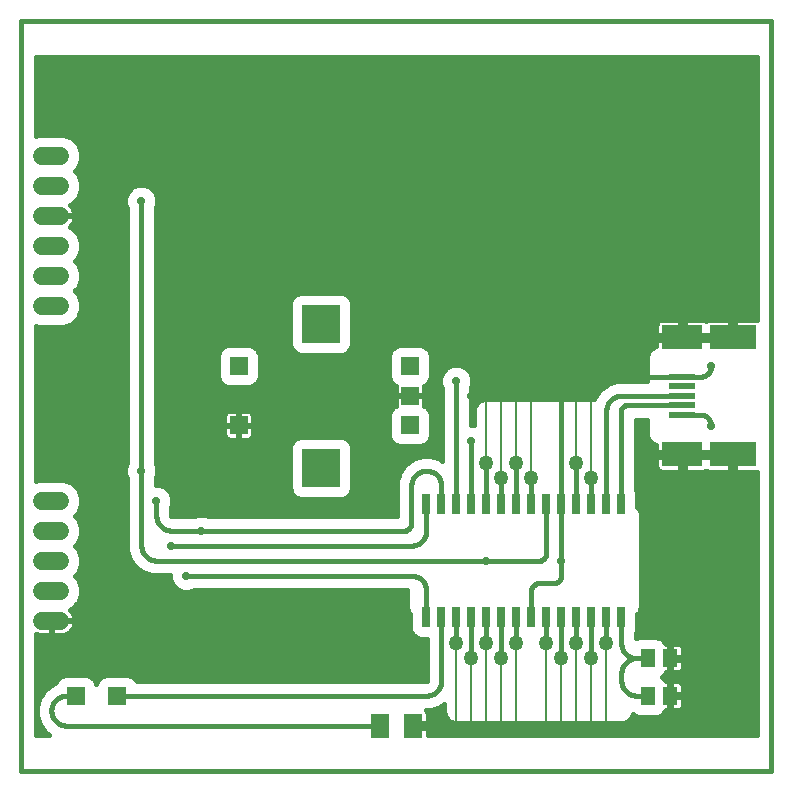
<source format=gtl>
G75*
%MOIN*%
%OFA0B0*%
%FSLAX24Y24*%
%IPPOS*%
%LPD*%
%AMOC8*
5,1,8,0,0,1.08239X$1,22.5*
%
%ADD10C,0.0160*%
%ADD11R,0.0591X0.0591*%
%ADD12R,0.0630X0.0787*%
%ADD13R,0.0512X0.0591*%
%ADD14R,0.0256X0.0669*%
%ADD15R,0.0594X0.0594*%
%ADD16R,0.1266X0.1266*%
%ADD17C,0.0500*%
%ADD18R,0.0886X0.0197*%
%ADD19R,0.1575X0.0807*%
%ADD20R,0.1378X0.0807*%
%ADD21C,0.0600*%
%ADD22C,0.0280*%
%ADD23C,0.0080*%
D10*
X002050Y000180D02*
X002050Y025180D01*
X027050Y025180D01*
X027050Y000180D01*
X002050Y000180D01*
X002530Y001380D02*
X002530Y004753D01*
X002566Y004735D01*
X002638Y004712D01*
X002712Y004700D01*
X003030Y004700D01*
X003030Y005160D01*
X003070Y005160D01*
X003070Y005200D01*
X003830Y005200D01*
X003830Y005218D01*
X003818Y005292D01*
X003795Y005364D01*
X003761Y005432D01*
X003716Y005493D01*
X003663Y005546D01*
X003658Y005550D01*
X003747Y005587D01*
X003943Y005783D01*
X004050Y006041D01*
X004050Y006319D01*
X003943Y006577D01*
X003840Y006680D01*
X003943Y006783D01*
X004050Y007041D01*
X004050Y007319D01*
X003943Y007577D01*
X003840Y007680D01*
X003943Y007783D01*
X004050Y008041D01*
X004050Y008319D01*
X003943Y008577D01*
X003840Y008680D01*
X003943Y008783D01*
X004050Y009041D01*
X004050Y009319D01*
X003943Y009577D01*
X003747Y009773D01*
X003489Y009880D01*
X002611Y009880D01*
X002530Y009847D01*
X002530Y015013D01*
X002611Y014980D01*
X003489Y014980D01*
X003747Y015087D01*
X003943Y015283D01*
X004050Y015541D01*
X004050Y015819D01*
X003943Y016077D01*
X003840Y016180D01*
X003943Y016283D01*
X004050Y016541D01*
X004050Y016819D01*
X003943Y017077D01*
X003840Y017180D01*
X003943Y017283D01*
X004050Y017541D01*
X004050Y017819D01*
X003943Y018077D01*
X003747Y018273D01*
X003658Y018310D01*
X003663Y018314D01*
X003716Y018367D01*
X003761Y018428D01*
X003795Y018496D01*
X003818Y018568D01*
X003830Y018642D01*
X003830Y018660D01*
X003070Y018660D01*
X003070Y018700D01*
X003830Y018700D01*
X003830Y018718D01*
X003818Y018792D01*
X003795Y018864D01*
X003761Y018932D01*
X003716Y018993D01*
X003663Y019046D01*
X003658Y019050D01*
X003747Y019087D01*
X003943Y019283D01*
X004050Y019541D01*
X004050Y019819D01*
X003943Y020077D01*
X003840Y020180D01*
X003943Y020283D01*
X004050Y020541D01*
X004050Y020819D01*
X003943Y021077D01*
X003747Y021273D01*
X003489Y021380D01*
X002611Y021380D01*
X002530Y021347D01*
X002530Y023980D01*
X026570Y023980D01*
X026570Y015212D01*
X025843Y015212D01*
X025843Y014709D01*
X025683Y014709D01*
X025683Y015212D01*
X024951Y015212D01*
X024906Y015200D01*
X024877Y015183D01*
X024848Y015200D01*
X024802Y015212D01*
X024169Y015212D01*
X024169Y014709D01*
X024009Y014709D01*
X024009Y014549D01*
X023220Y014549D01*
X023220Y014330D01*
X023073Y014269D01*
X022961Y014157D01*
X022900Y014010D01*
X022900Y013160D01*
X021895Y013160D01*
X021600Y013064D01*
X021600Y013064D01*
X021348Y012882D01*
X021348Y012882D01*
X021348Y012882D01*
X021166Y012630D01*
X021150Y012580D01*
X017470Y012580D01*
X017323Y012519D01*
X017211Y012407D01*
X017150Y012260D01*
X017150Y011720D01*
X017030Y011720D01*
X017030Y012928D01*
X017090Y013073D01*
X017090Y013287D01*
X017008Y013486D01*
X016856Y013638D01*
X016657Y013720D01*
X016443Y013720D01*
X016244Y013638D01*
X016092Y013486D01*
X016010Y013287D01*
X016010Y013073D01*
X016070Y012928D01*
X016070Y010514D01*
X016000Y010564D01*
X015705Y010660D01*
X015395Y010660D01*
X015100Y010564D01*
X015100Y010564D01*
X014848Y010382D01*
X014848Y010382D01*
X014848Y010382D01*
X014666Y010130D01*
X014570Y009835D01*
X014570Y008660D01*
X008302Y008660D01*
X008157Y008720D01*
X007943Y008720D01*
X007798Y008660D01*
X007050Y008660D01*
X007047Y008660D01*
X007041Y008662D01*
X007036Y008666D01*
X007032Y008671D01*
X007030Y008677D01*
X007030Y008680D01*
X007030Y008928D01*
X007090Y009073D01*
X007090Y009287D01*
X007008Y009486D01*
X006856Y009638D01*
X006657Y009720D01*
X006530Y009720D01*
X006530Y009928D01*
X006590Y010073D01*
X006590Y010287D01*
X006530Y010432D01*
X006530Y018928D01*
X006590Y019073D01*
X006590Y019287D01*
X006508Y019486D01*
X006356Y019638D01*
X006157Y019720D01*
X005943Y019720D01*
X005744Y019638D01*
X005592Y019486D01*
X005510Y019287D01*
X005510Y019073D01*
X005570Y018928D01*
X005570Y010432D01*
X005510Y010287D01*
X005510Y010073D01*
X005570Y009928D01*
X005570Y007525D01*
X005666Y007230D01*
X005666Y007230D01*
X005848Y006978D01*
X005848Y006978D01*
X005848Y006978D01*
X006100Y006796D01*
X006395Y006700D01*
X007010Y006700D01*
X007010Y006573D01*
X007092Y006374D01*
X007244Y006222D01*
X007443Y006140D01*
X007657Y006140D01*
X007802Y006200D01*
X014900Y006200D01*
X014900Y005600D01*
X014961Y005453D01*
X015022Y005392D01*
X015022Y004884D01*
X015083Y004737D01*
X015195Y004624D01*
X015342Y004563D01*
X015570Y004563D01*
X015570Y003180D01*
X015570Y003177D01*
X015568Y003171D01*
X015564Y003166D01*
X015559Y003162D01*
X015553Y003160D01*
X015550Y003160D01*
X005891Y003160D01*
X005873Y003202D01*
X005761Y003314D01*
X005614Y003375D01*
X004864Y003375D01*
X004717Y003314D01*
X004605Y003202D01*
X004550Y003070D01*
X004495Y003202D01*
X004383Y003314D01*
X004236Y003375D01*
X003486Y003375D01*
X003339Y003314D01*
X003227Y003202D01*
X003180Y003090D01*
X003100Y003064D01*
X003100Y003064D01*
X002848Y002882D01*
X002848Y002882D01*
X002848Y002882D01*
X002666Y002630D01*
X002570Y002335D01*
X002570Y002025D01*
X002666Y001730D01*
X002666Y001730D01*
X002848Y001478D01*
X002848Y001478D01*
X002848Y001478D01*
X002984Y001380D01*
X002530Y001380D01*
X002530Y001448D02*
X002890Y001448D01*
X002755Y001607D02*
X002530Y001607D01*
X002530Y001765D02*
X002654Y001765D01*
X002603Y001924D02*
X002530Y001924D01*
X002530Y002082D02*
X002570Y002082D01*
X002570Y002241D02*
X002530Y002241D01*
X002530Y002399D02*
X002591Y002399D01*
X002642Y002558D02*
X002530Y002558D01*
X002666Y002630D02*
X002666Y002630D01*
X002728Y002716D02*
X002530Y002716D01*
X002530Y002875D02*
X002843Y002875D01*
X003057Y003033D02*
X002530Y003033D01*
X002530Y003192D02*
X003222Y003192D01*
X003425Y003350D02*
X002530Y003350D01*
X002530Y003509D02*
X015570Y003509D01*
X015570Y003667D02*
X002530Y003667D01*
X002530Y003826D02*
X015570Y003826D01*
X015570Y003984D02*
X002530Y003984D01*
X002530Y004143D02*
X015570Y004143D01*
X015570Y004301D02*
X002530Y004301D01*
X002530Y004460D02*
X015570Y004460D01*
X015211Y004618D02*
X002530Y004618D01*
X003030Y004777D02*
X003070Y004777D01*
X003070Y004700D02*
X003388Y004700D01*
X003462Y004712D01*
X003534Y004735D01*
X003602Y004769D01*
X003663Y004814D01*
X003716Y004867D01*
X003761Y004928D01*
X003795Y004996D01*
X003818Y005068D01*
X003830Y005142D01*
X003830Y005160D01*
X003070Y005160D01*
X003070Y004700D01*
X003070Y004935D02*
X003030Y004935D01*
X003030Y005094D02*
X003070Y005094D01*
X003611Y004777D02*
X015067Y004777D01*
X015022Y004935D02*
X003764Y004935D01*
X003822Y005094D02*
X015022Y005094D01*
X015022Y005252D02*
X003825Y005252D01*
X003771Y005411D02*
X015004Y005411D01*
X014913Y005569D02*
X003704Y005569D01*
X003887Y005728D02*
X014900Y005728D01*
X014900Y005886D02*
X003986Y005886D01*
X004050Y006045D02*
X014900Y006045D01*
X015050Y006680D02*
X015094Y006678D01*
X015137Y006672D01*
X015179Y006663D01*
X015221Y006650D01*
X015261Y006633D01*
X015300Y006613D01*
X015337Y006590D01*
X015371Y006563D01*
X015404Y006534D01*
X015433Y006501D01*
X015460Y006467D01*
X015483Y006430D01*
X015503Y006391D01*
X015520Y006351D01*
X015533Y006309D01*
X015542Y006267D01*
X015548Y006224D01*
X015550Y006180D01*
X015550Y005298D01*
X016050Y005298D02*
X016050Y003180D01*
X015570Y003192D02*
X005878Y003192D01*
X005675Y003350D02*
X015570Y003350D01*
X016050Y003180D02*
X016048Y003136D01*
X016042Y003093D01*
X016033Y003051D01*
X016020Y003009D01*
X016003Y002969D01*
X015983Y002930D01*
X015960Y002893D01*
X015933Y002859D01*
X015904Y002826D01*
X015871Y002797D01*
X015837Y002770D01*
X015800Y002747D01*
X015761Y002727D01*
X015721Y002710D01*
X015679Y002697D01*
X015637Y002688D01*
X015594Y002682D01*
X015550Y002680D01*
X005239Y002680D01*
X004803Y003350D02*
X004297Y003350D01*
X004500Y003192D02*
X004600Y003192D01*
X003861Y002680D02*
X003550Y002680D01*
X003506Y002678D01*
X003463Y002672D01*
X003421Y002663D01*
X003379Y002650D01*
X003339Y002633D01*
X003300Y002613D01*
X003263Y002590D01*
X003229Y002563D01*
X003196Y002534D01*
X003167Y002501D01*
X003140Y002467D01*
X003117Y002430D01*
X003097Y002391D01*
X003080Y002351D01*
X003067Y002309D01*
X003058Y002267D01*
X003052Y002224D01*
X003050Y002180D01*
X003052Y002136D01*
X003058Y002093D01*
X003067Y002051D01*
X003080Y002009D01*
X003097Y001969D01*
X003117Y001930D01*
X003140Y001893D01*
X003167Y001859D01*
X003196Y001826D01*
X003229Y001797D01*
X003263Y001770D01*
X003300Y001747D01*
X003339Y001727D01*
X003379Y001710D01*
X003421Y001697D01*
X003463Y001688D01*
X003506Y001682D01*
X003550Y001680D01*
X013999Y001680D01*
X015101Y001680D02*
X016550Y001680D01*
X019550Y001680D01*
X020050Y001680D01*
X020550Y001680D01*
X021050Y001680D01*
X021550Y001680D01*
X023300Y001680D01*
X023261Y001985D02*
X023408Y002046D01*
X023521Y002158D01*
X023540Y002205D01*
X023626Y002205D01*
X023626Y002632D01*
X023722Y002632D01*
X023722Y002205D01*
X023954Y002205D01*
X023999Y002217D01*
X024040Y002241D01*
X026570Y002241D01*
X026570Y002399D02*
X024110Y002399D01*
X024110Y002361D02*
X024110Y002632D01*
X023722Y002632D01*
X023722Y002728D01*
X023626Y002728D01*
X023626Y003155D01*
X023540Y003155D01*
X023521Y003202D01*
X023418Y003305D01*
X023521Y003408D01*
X023540Y003455D01*
X023626Y003455D01*
X023626Y003882D01*
X023722Y003882D01*
X023722Y003455D01*
X023954Y003455D01*
X023999Y003467D01*
X024040Y003491D01*
X024074Y003524D01*
X024098Y003565D01*
X024110Y003611D01*
X024110Y003882D01*
X023722Y003882D01*
X023722Y003978D01*
X023626Y003978D01*
X023626Y004405D01*
X023540Y004405D01*
X023521Y004452D01*
X023408Y004564D01*
X023261Y004625D01*
X022591Y004625D01*
X022530Y004600D01*
X022530Y004768D01*
X022578Y004884D01*
X022578Y005392D01*
X022639Y005453D01*
X022700Y005600D01*
X022700Y008760D01*
X022639Y008907D01*
X022578Y008968D01*
X022578Y009476D01*
X022530Y009592D01*
X022530Y011885D01*
X022900Y011885D01*
X022900Y011350D01*
X022961Y011203D01*
X023073Y011091D01*
X023220Y011030D01*
X023220Y010811D01*
X024009Y010811D01*
X024009Y010651D01*
X023220Y010651D01*
X023220Y010304D01*
X023233Y010258D01*
X023256Y010217D01*
X023290Y010184D01*
X023331Y010160D01*
X023377Y010148D01*
X024009Y010148D01*
X024009Y010651D01*
X024169Y010651D01*
X024169Y010148D01*
X024802Y010148D01*
X024848Y010160D01*
X024877Y010177D01*
X024906Y010160D01*
X024951Y010148D01*
X025683Y010148D01*
X025683Y010651D01*
X025843Y010651D01*
X025843Y010148D01*
X026570Y010148D01*
X026570Y001380D01*
X015596Y001380D01*
X015596Y001603D01*
X015179Y001603D01*
X015179Y001757D01*
X015596Y001757D01*
X015596Y002097D01*
X015584Y002143D01*
X015560Y002184D01*
X015544Y002200D01*
X015705Y002200D01*
X016000Y002296D01*
X016000Y002296D01*
X016150Y002405D01*
X016150Y002100D01*
X016211Y001953D01*
X016323Y001841D01*
X016470Y001780D01*
X022130Y001780D01*
X022277Y001841D01*
X022389Y001953D01*
X022432Y002057D01*
X022443Y002046D01*
X022591Y001985D01*
X023261Y001985D01*
X023300Y001680D02*
X023337Y001682D01*
X023373Y001687D01*
X023409Y001696D01*
X023443Y001708D01*
X023476Y001724D01*
X023508Y001743D01*
X023537Y001765D01*
X023564Y001790D01*
X023589Y001817D01*
X023611Y001846D01*
X023630Y001878D01*
X023646Y001911D01*
X023658Y001945D01*
X023667Y001981D01*
X023672Y002017D01*
X023674Y002054D01*
X023674Y002680D01*
X023674Y003930D01*
X023722Y003978D02*
X023722Y004405D01*
X023954Y004405D01*
X023999Y004393D01*
X024040Y004369D01*
X024074Y004336D01*
X024098Y004295D01*
X024110Y004249D01*
X024110Y003978D01*
X023722Y003978D01*
X023722Y003984D02*
X023626Y003984D01*
X023626Y003826D02*
X023722Y003826D01*
X023722Y003667D02*
X023626Y003667D01*
X023626Y003509D02*
X023722Y003509D01*
X023463Y003350D02*
X026570Y003350D01*
X026570Y003192D02*
X023525Y003192D01*
X023626Y003033D02*
X023722Y003033D01*
X023722Y003155D02*
X023722Y002728D01*
X024110Y002728D01*
X024110Y002999D01*
X024098Y003045D01*
X024074Y003086D01*
X024040Y003119D01*
X023999Y003143D01*
X023954Y003155D01*
X023722Y003155D01*
X023722Y002875D02*
X023626Y002875D01*
X023722Y002716D02*
X026570Y002716D01*
X026570Y002558D02*
X024110Y002558D01*
X024110Y002361D02*
X024098Y002315D01*
X024074Y002274D01*
X024040Y002241D01*
X023722Y002241D02*
X023626Y002241D01*
X023626Y002399D02*
X023722Y002399D01*
X023722Y002558D02*
X023626Y002558D01*
X023445Y002082D02*
X026570Y002082D01*
X026570Y001924D02*
X022359Y001924D01*
X022550Y002680D02*
X022926Y002680D01*
X022550Y002680D02*
X022506Y002682D01*
X022463Y002688D01*
X022421Y002697D01*
X022379Y002710D01*
X022339Y002727D01*
X022300Y002747D01*
X022263Y002770D01*
X022229Y002797D01*
X022196Y002826D01*
X022167Y002859D01*
X022140Y002893D01*
X022117Y002930D01*
X022097Y002969D01*
X022080Y003009D01*
X022067Y003051D01*
X022058Y003093D01*
X022052Y003136D01*
X022050Y003180D01*
X022050Y003430D01*
X022052Y003474D01*
X022058Y003517D01*
X022067Y003559D01*
X022080Y003601D01*
X022097Y003641D01*
X022117Y003680D01*
X022140Y003717D01*
X022167Y003751D01*
X022196Y003784D01*
X022229Y003813D01*
X022263Y003840D01*
X022300Y003863D01*
X022339Y003883D01*
X022379Y003900D01*
X022421Y003913D01*
X022463Y003922D01*
X022506Y003928D01*
X022550Y003930D01*
X022926Y003930D01*
X022550Y003930D02*
X022506Y003932D01*
X022463Y003938D01*
X022421Y003947D01*
X022379Y003960D01*
X022339Y003977D01*
X022300Y003997D01*
X022263Y004020D01*
X022229Y004047D01*
X022196Y004076D01*
X022167Y004109D01*
X022140Y004143D01*
X022117Y004180D01*
X022097Y004219D01*
X022080Y004259D01*
X022067Y004301D01*
X022058Y004343D01*
X022052Y004386D01*
X022050Y004430D01*
X022050Y005298D01*
X021550Y005298D02*
X021550Y005180D01*
X021550Y004430D01*
X021050Y003930D02*
X021050Y005298D01*
X020550Y005298D02*
X020550Y004430D01*
X020050Y003930D02*
X020050Y005298D01*
X019550Y005298D02*
X019550Y004430D01*
X019050Y005298D02*
X019050Y006180D01*
X019052Y006210D01*
X019057Y006240D01*
X019066Y006269D01*
X019079Y006296D01*
X019094Y006322D01*
X019113Y006346D01*
X019134Y006367D01*
X019158Y006386D01*
X019184Y006401D01*
X019211Y006414D01*
X019240Y006423D01*
X019270Y006428D01*
X019300Y006430D01*
X019800Y006430D01*
X019830Y006432D01*
X019860Y006437D01*
X019889Y006446D01*
X019916Y006459D01*
X019942Y006474D01*
X019966Y006493D01*
X019987Y006514D01*
X020006Y006538D01*
X020021Y006564D01*
X020034Y006591D01*
X020043Y006620D01*
X020048Y006650D01*
X020050Y006680D01*
X020050Y007180D01*
X020050Y009062D01*
X020050Y012680D01*
X021050Y012680D02*
X017550Y012680D01*
X017050Y012680D01*
X017030Y012702D02*
X021218Y012702D01*
X021166Y012630D02*
X021166Y012630D01*
X021333Y012860D02*
X017030Y012860D01*
X017068Y013019D02*
X021537Y013019D01*
X021680Y013310D02*
X024089Y013310D01*
X024680Y013310D01*
X024716Y013312D01*
X024752Y013317D01*
X024787Y013326D01*
X024822Y013338D01*
X024854Y013354D01*
X024886Y013372D01*
X024915Y013394D01*
X024942Y013418D01*
X024966Y013445D01*
X024988Y013474D01*
X025006Y013506D01*
X025022Y013538D01*
X025034Y013573D01*
X025043Y013608D01*
X025048Y013644D01*
X025050Y013680D01*
X025683Y014549D02*
X024169Y014549D01*
X024169Y014709D01*
X024958Y014709D01*
X025683Y014709D01*
X025683Y014549D01*
X025683Y014604D02*
X024169Y014604D01*
X024169Y014762D02*
X024009Y014762D01*
X024009Y014709D02*
X024009Y015212D01*
X023377Y015212D01*
X023331Y015200D01*
X023290Y015176D01*
X023256Y015143D01*
X023233Y015102D01*
X023220Y015056D01*
X023220Y014709D01*
X024009Y014709D01*
X024009Y014604D02*
X013083Y014604D01*
X013083Y014762D02*
X023220Y014762D01*
X023220Y014921D02*
X013083Y014921D01*
X013083Y015079D02*
X023227Y015079D01*
X023220Y014445D02*
X013083Y014445D01*
X013083Y014369D02*
X013083Y015794D01*
X013022Y015941D01*
X012910Y016054D01*
X012763Y016115D01*
X011337Y016115D01*
X011190Y016054D01*
X011078Y015941D01*
X011017Y015794D01*
X011017Y014369D01*
X011078Y014222D01*
X011190Y014109D01*
X011337Y014049D01*
X012763Y014049D01*
X012910Y014109D01*
X013022Y014222D01*
X013083Y014369D01*
X013049Y014287D02*
X014466Y014287D01*
X014479Y014300D02*
X014367Y014188D01*
X014306Y014041D01*
X014306Y013288D01*
X014367Y013141D01*
X014479Y013028D01*
X014528Y013008D01*
X014526Y013001D01*
X014526Y012698D01*
X014984Y012698D01*
X014984Y012662D01*
X014526Y012662D01*
X014526Y012359D01*
X014528Y012352D01*
X014479Y012332D01*
X014367Y012219D01*
X014306Y012072D01*
X014306Y011319D01*
X014367Y011172D01*
X014479Y011060D01*
X014626Y010999D01*
X015379Y010999D01*
X015526Y011060D01*
X015639Y011172D01*
X015700Y011319D01*
X015700Y012072D01*
X015639Y012219D01*
X015526Y012332D01*
X015478Y012352D01*
X015480Y012359D01*
X015480Y012662D01*
X015021Y012662D01*
X015021Y012698D01*
X015480Y012698D01*
X015480Y013001D01*
X015478Y013008D01*
X015526Y013028D01*
X015639Y013141D01*
X015700Y013288D01*
X015700Y014041D01*
X015639Y014188D01*
X015526Y014300D01*
X015379Y014361D01*
X014626Y014361D01*
X014479Y014300D01*
X014342Y014128D02*
X012928Y014128D01*
X013083Y015238D02*
X026570Y015238D01*
X026570Y015396D02*
X013083Y015396D01*
X013083Y015555D02*
X026570Y015555D01*
X026570Y015713D02*
X013083Y015713D01*
X013051Y015872D02*
X026570Y015872D01*
X026570Y016030D02*
X012933Y016030D01*
X011167Y016030D02*
X006530Y016030D01*
X006530Y015872D02*
X011049Y015872D01*
X011017Y015713D02*
X006530Y015713D01*
X006530Y015555D02*
X011017Y015555D01*
X011017Y015396D02*
X006530Y015396D01*
X006530Y015238D02*
X011017Y015238D01*
X011017Y015079D02*
X006530Y015079D01*
X006530Y014921D02*
X011017Y014921D01*
X011017Y014762D02*
X006530Y014762D01*
X006530Y014604D02*
X011017Y014604D01*
X011017Y014445D02*
X006530Y014445D01*
X006530Y014287D02*
X008757Y014287D01*
X008771Y014300D02*
X008658Y014188D01*
X008597Y014041D01*
X008597Y013288D01*
X008658Y013141D01*
X008771Y013028D01*
X008918Y012967D01*
X009671Y012967D01*
X009818Y013028D01*
X009930Y013141D01*
X009991Y013288D01*
X009991Y014041D01*
X009930Y014188D01*
X009818Y014300D01*
X009671Y014361D01*
X008918Y014361D01*
X008771Y014300D01*
X008633Y014128D02*
X006530Y014128D01*
X006530Y013970D02*
X008597Y013970D01*
X008597Y013811D02*
X006530Y013811D01*
X006530Y013653D02*
X008597Y013653D01*
X008597Y013494D02*
X006530Y013494D01*
X006530Y013336D02*
X008597Y013336D01*
X008643Y013177D02*
X006530Y013177D01*
X006530Y013019D02*
X008794Y013019D01*
X009794Y013019D02*
X014503Y013019D01*
X014526Y012860D02*
X006530Y012860D01*
X006530Y012702D02*
X014526Y012702D01*
X014526Y012543D02*
X006530Y012543D01*
X006530Y012385D02*
X014526Y012385D01*
X014374Y012226D02*
X006530Y012226D01*
X006530Y012068D02*
X008833Y012068D01*
X008830Y012062D02*
X008817Y012016D01*
X008817Y011714D01*
X009276Y011714D01*
X009276Y012173D01*
X008974Y012173D01*
X008928Y012160D01*
X008887Y012137D01*
X008853Y012103D01*
X008830Y012062D01*
X008817Y011909D02*
X006530Y011909D01*
X006530Y011751D02*
X008817Y011751D01*
X008817Y011677D02*
X008817Y011375D01*
X008830Y011329D01*
X008853Y011288D01*
X008887Y011255D01*
X008928Y011231D01*
X008974Y011219D01*
X009276Y011219D01*
X009276Y011677D01*
X009313Y011677D01*
X009313Y011714D01*
X009771Y011714D01*
X009771Y012016D01*
X009759Y012062D01*
X009735Y012103D01*
X009701Y012137D01*
X009660Y012160D01*
X009615Y012173D01*
X009313Y012173D01*
X009313Y011714D01*
X009276Y011714D01*
X009276Y011677D01*
X008817Y011677D01*
X008817Y011592D02*
X006530Y011592D01*
X006530Y011434D02*
X008817Y011434D01*
X008867Y011275D02*
X006530Y011275D01*
X006530Y011117D02*
X011069Y011117D01*
X011078Y011138D02*
X011017Y010991D01*
X011017Y009566D01*
X011078Y009419D01*
X011190Y009306D01*
X011337Y009245D01*
X012763Y009245D01*
X012910Y009306D01*
X013022Y009419D01*
X013083Y009566D01*
X013083Y010991D01*
X013022Y011138D01*
X012910Y011251D01*
X012763Y011311D01*
X011337Y011311D01*
X011190Y011251D01*
X011078Y011138D01*
X011017Y010958D02*
X006530Y010958D01*
X006530Y010800D02*
X011017Y010800D01*
X011017Y010641D02*
X006530Y010641D01*
X006530Y010483D02*
X011017Y010483D01*
X011017Y010324D02*
X006575Y010324D01*
X006590Y010166D02*
X011017Y010166D01*
X011017Y010007D02*
X006563Y010007D01*
X006530Y009849D02*
X011017Y009849D01*
X011017Y009690D02*
X006730Y009690D01*
X006962Y009532D02*
X011031Y009532D01*
X011124Y009373D02*
X007055Y009373D01*
X007090Y009215D02*
X014570Y009215D01*
X014570Y009373D02*
X012976Y009373D01*
X013069Y009532D02*
X014570Y009532D01*
X014570Y009690D02*
X013083Y009690D01*
X013083Y009849D02*
X014574Y009849D01*
X014626Y010007D02*
X013083Y010007D01*
X013083Y010166D02*
X014691Y010166D01*
X014666Y010130D02*
X014666Y010130D01*
X014807Y010324D02*
X013083Y010324D01*
X013083Y010483D02*
X014987Y010483D01*
X015336Y010641D02*
X013083Y010641D01*
X013083Y010800D02*
X016070Y010800D01*
X016070Y010958D02*
X013083Y010958D01*
X013031Y011117D02*
X014423Y011117D01*
X014324Y011275D02*
X012851Y011275D01*
X014306Y011434D02*
X009771Y011434D01*
X009771Y011375D02*
X009771Y011677D01*
X009313Y011677D01*
X009313Y011219D01*
X009615Y011219D01*
X009660Y011231D01*
X009701Y011255D01*
X009735Y011288D01*
X009759Y011329D01*
X009771Y011375D01*
X009722Y011275D02*
X011249Y011275D01*
X009771Y011592D02*
X014306Y011592D01*
X014306Y011751D02*
X009771Y011751D01*
X009771Y011909D02*
X014306Y011909D01*
X014306Y012068D02*
X009756Y012068D01*
X009313Y012068D02*
X009276Y012068D01*
X009276Y011909D02*
X009313Y011909D01*
X009313Y011751D02*
X009276Y011751D01*
X009276Y011592D02*
X009313Y011592D01*
X009313Y011434D02*
X009276Y011434D01*
X009276Y011275D02*
X009313Y011275D01*
X009945Y013177D02*
X014352Y013177D01*
X014306Y013336D02*
X009991Y013336D01*
X009991Y013494D02*
X014306Y013494D01*
X014306Y013653D02*
X009991Y013653D01*
X009991Y013811D02*
X014306Y013811D01*
X014306Y013970D02*
X009991Y013970D01*
X009955Y014128D02*
X011172Y014128D01*
X011051Y014287D02*
X009831Y014287D01*
X006530Y016189D02*
X026570Y016189D01*
X026570Y016347D02*
X006530Y016347D01*
X006530Y016506D02*
X026570Y016506D01*
X026570Y016664D02*
X006530Y016664D01*
X006530Y016823D02*
X026570Y016823D01*
X026570Y016981D02*
X006530Y016981D01*
X006530Y017140D02*
X026570Y017140D01*
X026570Y017298D02*
X006530Y017298D01*
X006530Y017457D02*
X026570Y017457D01*
X026570Y017615D02*
X006530Y017615D01*
X006530Y017774D02*
X026570Y017774D01*
X026570Y017932D02*
X006530Y017932D01*
X006530Y018091D02*
X026570Y018091D01*
X026570Y018249D02*
X006530Y018249D01*
X006530Y018408D02*
X026570Y018408D01*
X026570Y018566D02*
X006530Y018566D01*
X006530Y018725D02*
X026570Y018725D01*
X026570Y018883D02*
X006530Y018883D01*
X006577Y019042D02*
X026570Y019042D01*
X026570Y019200D02*
X006590Y019200D01*
X006561Y019359D02*
X026570Y019359D01*
X026570Y019517D02*
X006477Y019517D01*
X006265Y019676D02*
X026570Y019676D01*
X026570Y019834D02*
X004044Y019834D01*
X004050Y019676D02*
X005835Y019676D01*
X005623Y019517D02*
X004040Y019517D01*
X003975Y019359D02*
X005539Y019359D01*
X005510Y019200D02*
X003860Y019200D01*
X003667Y019042D02*
X005523Y019042D01*
X005570Y018883D02*
X003785Y018883D01*
X003829Y018725D02*
X005570Y018725D01*
X005570Y018566D02*
X003818Y018566D01*
X003745Y018408D02*
X005570Y018408D01*
X005570Y018249D02*
X003771Y018249D01*
X003929Y018091D02*
X005570Y018091D01*
X005570Y017932D02*
X004003Y017932D01*
X004050Y017774D02*
X005570Y017774D01*
X005570Y017615D02*
X004050Y017615D01*
X004015Y017457D02*
X005570Y017457D01*
X005570Y017298D02*
X003949Y017298D01*
X003880Y017140D02*
X005570Y017140D01*
X005570Y016981D02*
X003983Y016981D01*
X004049Y016823D02*
X005570Y016823D01*
X005570Y016664D02*
X004050Y016664D01*
X004035Y016506D02*
X005570Y016506D01*
X005570Y016347D02*
X003970Y016347D01*
X003848Y016189D02*
X005570Y016189D01*
X005570Y016030D02*
X003963Y016030D01*
X004028Y015872D02*
X005570Y015872D01*
X005570Y015713D02*
X004050Y015713D01*
X004050Y015555D02*
X005570Y015555D01*
X005570Y015396D02*
X003990Y015396D01*
X003897Y015238D02*
X005570Y015238D01*
X005570Y015079D02*
X003728Y015079D01*
X002530Y014921D02*
X005570Y014921D01*
X005570Y014762D02*
X002530Y014762D01*
X002530Y014604D02*
X005570Y014604D01*
X005570Y014445D02*
X002530Y014445D01*
X002530Y014287D02*
X005570Y014287D01*
X005570Y014128D02*
X002530Y014128D01*
X002530Y013970D02*
X005570Y013970D01*
X005570Y013811D02*
X002530Y013811D01*
X002530Y013653D02*
X005570Y013653D01*
X005570Y013494D02*
X002530Y013494D01*
X002530Y013336D02*
X005570Y013336D01*
X005570Y013177D02*
X002530Y013177D01*
X002530Y013019D02*
X005570Y013019D01*
X005570Y012860D02*
X002530Y012860D01*
X002530Y012702D02*
X005570Y012702D01*
X005570Y012543D02*
X002530Y012543D01*
X002530Y012385D02*
X005570Y012385D01*
X005570Y012226D02*
X002530Y012226D01*
X002530Y012068D02*
X005570Y012068D01*
X005570Y011909D02*
X002530Y011909D01*
X002530Y011751D02*
X005570Y011751D01*
X005570Y011592D02*
X002530Y011592D01*
X002530Y011434D02*
X005570Y011434D01*
X005570Y011275D02*
X002530Y011275D01*
X002530Y011117D02*
X005570Y011117D01*
X005570Y010958D02*
X002530Y010958D01*
X002530Y010800D02*
X005570Y010800D01*
X005570Y010641D02*
X002530Y010641D01*
X002530Y010483D02*
X005570Y010483D01*
X005525Y010324D02*
X002530Y010324D01*
X002530Y010166D02*
X005510Y010166D01*
X005537Y010007D02*
X002530Y010007D01*
X002530Y009849D02*
X002535Y009849D01*
X003565Y009849D02*
X005570Y009849D01*
X005570Y009690D02*
X003830Y009690D01*
X003962Y009532D02*
X005570Y009532D01*
X005570Y009373D02*
X004028Y009373D01*
X004050Y009215D02*
X005570Y009215D01*
X005570Y009056D02*
X004050Y009056D01*
X003991Y008898D02*
X005570Y008898D01*
X005570Y008739D02*
X003899Y008739D01*
X003939Y008581D02*
X005570Y008581D01*
X005570Y008422D02*
X004007Y008422D01*
X004050Y008264D02*
X005570Y008264D01*
X005570Y008105D02*
X004050Y008105D01*
X004011Y007947D02*
X005570Y007947D01*
X005570Y007788D02*
X003945Y007788D01*
X003890Y007630D02*
X005570Y007630D01*
X005587Y007471D02*
X003987Y007471D01*
X004050Y007313D02*
X005639Y007313D01*
X005721Y007154D02*
X004050Y007154D01*
X004031Y006996D02*
X005836Y006996D01*
X006043Y006837D02*
X003966Y006837D01*
X003841Y006679D02*
X007010Y006679D01*
X007032Y006520D02*
X003967Y006520D01*
X004032Y006362D02*
X007105Y006362D01*
X007290Y006203D02*
X004050Y006203D01*
X006100Y006796D02*
X006100Y006796D01*
X006550Y007180D02*
X017550Y007180D01*
X019300Y007180D01*
X019330Y007182D01*
X019360Y007187D01*
X019389Y007196D01*
X019416Y007209D01*
X019442Y007224D01*
X019466Y007243D01*
X019487Y007264D01*
X019506Y007288D01*
X019521Y007314D01*
X019534Y007341D01*
X019543Y007370D01*
X019548Y007400D01*
X019550Y007430D01*
X019550Y009062D01*
X019050Y009062D02*
X019050Y009930D01*
X018550Y010430D02*
X018550Y009062D01*
X018050Y009062D02*
X018050Y009930D01*
X017550Y010430D02*
X017550Y009062D01*
X017050Y009062D02*
X017050Y011180D01*
X017030Y011751D02*
X017150Y011751D01*
X017150Y011909D02*
X017030Y011909D01*
X017030Y012068D02*
X017150Y012068D01*
X017150Y012226D02*
X017030Y012226D01*
X017030Y012385D02*
X017202Y012385D01*
X017030Y012543D02*
X017381Y012543D01*
X017090Y013177D02*
X022900Y013177D01*
X022900Y013336D02*
X017070Y013336D01*
X017000Y013494D02*
X022900Y013494D01*
X022900Y013653D02*
X016820Y013653D01*
X016280Y013653D02*
X015700Y013653D01*
X015700Y013811D02*
X022900Y013811D01*
X022900Y013970D02*
X015700Y013970D01*
X015663Y014128D02*
X022949Y014128D01*
X023115Y014287D02*
X015540Y014287D01*
X015700Y013494D02*
X016100Y013494D01*
X016030Y013336D02*
X015700Y013336D01*
X015654Y013177D02*
X016010Y013177D01*
X016032Y013019D02*
X015503Y013019D01*
X015480Y012860D02*
X016070Y012860D01*
X016070Y012702D02*
X015480Y012702D01*
X015480Y012543D02*
X016070Y012543D01*
X016070Y012385D02*
X015480Y012385D01*
X015632Y012226D02*
X016070Y012226D01*
X016070Y012068D02*
X015700Y012068D01*
X015700Y011909D02*
X016070Y011909D01*
X016070Y011751D02*
X015700Y011751D01*
X015700Y011592D02*
X016070Y011592D01*
X016070Y011434D02*
X015700Y011434D01*
X015681Y011275D02*
X016070Y011275D01*
X016070Y011117D02*
X015583Y011117D01*
X015764Y010641D02*
X016070Y010641D01*
X016050Y009680D02*
X016050Y009062D01*
X015550Y009062D02*
X015550Y008180D01*
X015548Y008136D01*
X015542Y008093D01*
X015533Y008051D01*
X015520Y008009D01*
X015503Y007969D01*
X015483Y007930D01*
X015460Y007893D01*
X015433Y007859D01*
X015404Y007826D01*
X015371Y007797D01*
X015337Y007770D01*
X015300Y007747D01*
X015261Y007727D01*
X015221Y007710D01*
X015179Y007697D01*
X015137Y007688D01*
X015094Y007682D01*
X015050Y007680D01*
X007050Y007680D01*
X007050Y008180D02*
X008050Y008180D01*
X014800Y008180D01*
X014830Y008182D01*
X014860Y008187D01*
X014889Y008196D01*
X014916Y008209D01*
X014942Y008224D01*
X014966Y008243D01*
X014987Y008264D01*
X015006Y008288D01*
X015021Y008314D01*
X015034Y008341D01*
X015043Y008370D01*
X015048Y008400D01*
X015050Y008430D01*
X015050Y009680D01*
X015052Y009724D01*
X015058Y009767D01*
X015067Y009809D01*
X015080Y009851D01*
X015097Y009891D01*
X015117Y009930D01*
X015140Y009967D01*
X015167Y010001D01*
X015196Y010034D01*
X015229Y010063D01*
X015263Y010090D01*
X015300Y010113D01*
X015339Y010133D01*
X015379Y010150D01*
X015421Y010163D01*
X015463Y010172D01*
X015506Y010178D01*
X015550Y010180D01*
X015594Y010178D01*
X015637Y010172D01*
X015679Y010163D01*
X015721Y010150D01*
X015761Y010133D01*
X015800Y010113D01*
X015837Y010090D01*
X015871Y010063D01*
X015904Y010034D01*
X015933Y010001D01*
X015960Y009967D01*
X015983Y009930D01*
X016003Y009891D01*
X016020Y009851D01*
X016033Y009809D01*
X016042Y009767D01*
X016048Y009724D01*
X016050Y009680D01*
X016550Y009062D02*
X016550Y013180D01*
X020550Y010430D02*
X020550Y009062D01*
X021050Y009062D02*
X021050Y009930D01*
X021550Y009062D02*
X021550Y012180D01*
X021552Y012224D01*
X021558Y012267D01*
X021567Y012309D01*
X021580Y012351D01*
X021597Y012391D01*
X021617Y012430D01*
X021640Y012467D01*
X021667Y012501D01*
X021696Y012534D01*
X021729Y012563D01*
X021763Y012590D01*
X021800Y012613D01*
X021839Y012633D01*
X021879Y012650D01*
X021921Y012663D01*
X021963Y012672D01*
X022006Y012678D01*
X022050Y012680D01*
X024089Y012680D01*
X024089Y012365D02*
X022235Y012365D01*
X022209Y012363D01*
X022183Y012358D01*
X022158Y012348D01*
X022135Y012336D01*
X022114Y012320D01*
X022095Y012301D01*
X022079Y012280D01*
X022067Y012257D01*
X022057Y012232D01*
X022052Y012206D01*
X022050Y012180D01*
X022050Y009062D01*
X022578Y009056D02*
X026570Y009056D01*
X026570Y008898D02*
X022643Y008898D01*
X022700Y008739D02*
X026570Y008739D01*
X026570Y008581D02*
X022700Y008581D01*
X022700Y008422D02*
X026570Y008422D01*
X026570Y008264D02*
X022700Y008264D01*
X022700Y008105D02*
X026570Y008105D01*
X026570Y007947D02*
X022700Y007947D01*
X022700Y007788D02*
X026570Y007788D01*
X026570Y007630D02*
X022700Y007630D01*
X022700Y007471D02*
X026570Y007471D01*
X026570Y007313D02*
X022700Y007313D01*
X022700Y007154D02*
X026570Y007154D01*
X026570Y006996D02*
X022700Y006996D01*
X022700Y006837D02*
X026570Y006837D01*
X026570Y006679D02*
X022700Y006679D01*
X022700Y006520D02*
X026570Y006520D01*
X026570Y006362D02*
X022700Y006362D01*
X022700Y006203D02*
X026570Y006203D01*
X026570Y006045D02*
X022700Y006045D01*
X022700Y005886D02*
X026570Y005886D01*
X026570Y005728D02*
X022700Y005728D01*
X022687Y005569D02*
X026570Y005569D01*
X026570Y005411D02*
X022596Y005411D01*
X022578Y005252D02*
X026570Y005252D01*
X026570Y005094D02*
X022578Y005094D01*
X022578Y004935D02*
X026570Y004935D01*
X026570Y004777D02*
X022533Y004777D01*
X022530Y004618D02*
X022573Y004618D01*
X023279Y004618D02*
X026570Y004618D01*
X026570Y004460D02*
X023513Y004460D01*
X023626Y004301D02*
X023722Y004301D01*
X023722Y004143D02*
X023626Y004143D01*
X024110Y004143D02*
X026570Y004143D01*
X026570Y004301D02*
X024094Y004301D01*
X024110Y003984D02*
X026570Y003984D01*
X026570Y003826D02*
X024110Y003826D01*
X024110Y003667D02*
X026570Y003667D01*
X026570Y003509D02*
X024058Y003509D01*
X024101Y003033D02*
X026570Y003033D01*
X026570Y002875D02*
X024110Y002875D01*
X026570Y001765D02*
X015596Y001765D01*
X015596Y001924D02*
X016241Y001924D01*
X016158Y002082D02*
X015596Y002082D01*
X015830Y002241D02*
X016150Y002241D01*
X016142Y002399D02*
X016150Y002399D01*
X015179Y001607D02*
X026570Y001607D01*
X026570Y001448D02*
X015596Y001448D01*
X017050Y003930D02*
X017050Y005298D01*
X017550Y005298D02*
X017550Y004430D01*
X018050Y003930D02*
X018050Y005298D01*
X018550Y005298D02*
X018550Y004430D01*
X016550Y004430D02*
X016550Y005298D01*
X015050Y006680D02*
X007550Y006680D01*
X006550Y007180D02*
X006506Y007182D01*
X006463Y007188D01*
X006421Y007197D01*
X006379Y007210D01*
X006339Y007227D01*
X006300Y007247D01*
X006263Y007270D01*
X006229Y007297D01*
X006196Y007326D01*
X006167Y007359D01*
X006140Y007393D01*
X006117Y007430D01*
X006097Y007469D01*
X006080Y007509D01*
X006067Y007551D01*
X006058Y007593D01*
X006052Y007636D01*
X006050Y007680D01*
X006050Y010180D01*
X006050Y019180D01*
X003978Y019993D02*
X026570Y019993D01*
X026570Y020151D02*
X003869Y020151D01*
X003954Y020310D02*
X026570Y020310D01*
X026570Y020468D02*
X004020Y020468D01*
X004050Y020627D02*
X026570Y020627D01*
X026570Y020785D02*
X004050Y020785D01*
X003999Y020944D02*
X026570Y020944D01*
X026570Y021102D02*
X003918Y021102D01*
X003759Y021261D02*
X026570Y021261D01*
X026570Y021419D02*
X002530Y021419D01*
X002530Y021578D02*
X026570Y021578D01*
X026570Y021736D02*
X002530Y021736D01*
X002530Y021895D02*
X026570Y021895D01*
X026570Y022053D02*
X002530Y022053D01*
X002530Y022212D02*
X026570Y022212D01*
X026570Y022370D02*
X002530Y022370D01*
X002530Y022529D02*
X026570Y022529D01*
X026570Y022687D02*
X002530Y022687D01*
X002530Y022846D02*
X026570Y022846D01*
X026570Y023004D02*
X002530Y023004D01*
X002530Y023163D02*
X026570Y023163D01*
X026570Y023321D02*
X002530Y023321D01*
X002530Y023480D02*
X026570Y023480D01*
X026570Y023638D02*
X002530Y023638D01*
X002530Y023797D02*
X026570Y023797D01*
X026570Y023955D02*
X002530Y023955D01*
X006550Y009180D02*
X006550Y008680D01*
X007030Y008739D02*
X014570Y008739D01*
X014570Y008898D02*
X007030Y008898D01*
X007083Y009056D02*
X014570Y009056D01*
X021050Y012680D02*
X021052Y012729D01*
X021058Y012779D01*
X021067Y012827D01*
X021081Y012875D01*
X021098Y012921D01*
X021119Y012966D01*
X021143Y013009D01*
X021170Y013050D01*
X021201Y013089D01*
X021235Y013125D01*
X021271Y013159D01*
X021310Y013190D01*
X021351Y013217D01*
X021394Y013241D01*
X021439Y013262D01*
X021485Y013279D01*
X021533Y013293D01*
X021581Y013302D01*
X021631Y013308D01*
X021680Y013310D01*
X022530Y011751D02*
X022900Y011751D01*
X022900Y011592D02*
X022530Y011592D01*
X022530Y011434D02*
X022900Y011434D01*
X022931Y011275D02*
X022530Y011275D01*
X022530Y011117D02*
X023048Y011117D01*
X023220Y010958D02*
X022530Y010958D01*
X022530Y010800D02*
X024009Y010800D01*
X024009Y010641D02*
X024169Y010641D01*
X024169Y010651D02*
X024169Y010811D01*
X024958Y010811D01*
X025683Y010811D01*
X025683Y010651D01*
X024169Y010651D01*
X024169Y010800D02*
X025683Y010800D01*
X025683Y010641D02*
X025843Y010641D01*
X025843Y010483D02*
X025683Y010483D01*
X025683Y010324D02*
X025843Y010324D01*
X025843Y010166D02*
X025683Y010166D01*
X024896Y010166D02*
X024858Y010166D01*
X024169Y010166D02*
X024009Y010166D01*
X024009Y010324D02*
X024169Y010324D01*
X024169Y010483D02*
X024009Y010483D01*
X023321Y010166D02*
X022530Y010166D01*
X022530Y010324D02*
X023220Y010324D01*
X023220Y010483D02*
X022530Y010483D01*
X022530Y010641D02*
X023220Y010641D01*
X022530Y010007D02*
X026570Y010007D01*
X026570Y009849D02*
X022530Y009849D01*
X022530Y009690D02*
X026570Y009690D01*
X026570Y009532D02*
X022555Y009532D01*
X022578Y009373D02*
X026570Y009373D01*
X026570Y009215D02*
X022578Y009215D01*
X025050Y011680D02*
X025048Y011716D01*
X025043Y011752D01*
X025034Y011787D01*
X025022Y011822D01*
X025006Y011854D01*
X024988Y011886D01*
X024966Y011915D01*
X024942Y011942D01*
X024915Y011966D01*
X024886Y011988D01*
X024854Y012006D01*
X024822Y012022D01*
X024787Y012034D01*
X024752Y012043D01*
X024716Y012048D01*
X024680Y012050D01*
X024089Y012050D01*
X024009Y014921D02*
X024169Y014921D01*
X024169Y015079D02*
X024009Y015079D01*
X025683Y015079D02*
X025843Y015079D01*
X025843Y014921D02*
X025683Y014921D01*
X025683Y014762D02*
X025843Y014762D01*
X007050Y008180D02*
X007006Y008182D01*
X006963Y008188D01*
X006921Y008197D01*
X006879Y008210D01*
X006839Y008227D01*
X006800Y008247D01*
X006763Y008270D01*
X006729Y008297D01*
X006696Y008326D01*
X006667Y008359D01*
X006640Y008393D01*
X006617Y008430D01*
X006597Y008469D01*
X006580Y008509D01*
X006567Y008551D01*
X006558Y008593D01*
X006552Y008636D01*
X006550Y008680D01*
D11*
X005239Y002680D03*
X003861Y002680D03*
D12*
X013999Y001680D03*
X015101Y001680D03*
D13*
X022926Y002680D03*
X023674Y002680D03*
X023674Y003930D03*
X022926Y003930D03*
D14*
X022050Y005298D03*
X021550Y005298D03*
X021050Y005298D03*
X020550Y005298D03*
X020050Y005298D03*
X019550Y005298D03*
X019050Y005298D03*
X018550Y005298D03*
X018050Y005298D03*
X017550Y005298D03*
X017050Y005298D03*
X016550Y005298D03*
X016050Y005298D03*
X015550Y005298D03*
X015550Y009062D03*
X016050Y009062D03*
X016550Y009062D03*
X017050Y009062D03*
X017550Y009062D03*
X018050Y009062D03*
X018550Y009062D03*
X019050Y009062D03*
X019550Y009062D03*
X020050Y009062D03*
X020550Y009062D03*
X021050Y009062D03*
X021550Y009062D03*
X022050Y009062D03*
D15*
X015003Y011696D03*
X015003Y012680D03*
X015003Y013664D03*
X009294Y013664D03*
X009294Y011696D03*
D16*
X012050Y010278D03*
X012050Y015082D03*
D17*
X017550Y010430D03*
X018050Y009930D03*
X018550Y010430D03*
X019050Y009930D03*
X020550Y010430D03*
X021050Y009930D03*
X020550Y004430D03*
X020050Y003930D03*
X019550Y004430D03*
X018550Y004430D03*
X018050Y003930D03*
X017550Y004430D03*
X017050Y003930D03*
X016550Y004430D03*
X021050Y003930D03*
X021550Y004430D03*
D18*
X024089Y012050D03*
X024089Y012365D03*
X024089Y012680D03*
X024089Y012995D03*
X024089Y013310D03*
D19*
X025763Y014629D03*
X025763Y010731D03*
D20*
X024089Y010731D03*
X024089Y014629D03*
D21*
X003350Y015680D02*
X002750Y015680D01*
X002750Y016680D02*
X003350Y016680D01*
X003350Y017680D02*
X002750Y017680D01*
X002750Y018680D02*
X003350Y018680D01*
X003350Y019680D02*
X002750Y019680D01*
X002750Y020680D02*
X003350Y020680D01*
X003350Y009180D02*
X002750Y009180D01*
X002750Y008180D02*
X003350Y008180D01*
X003350Y007180D02*
X002750Y007180D01*
X002750Y006180D02*
X003350Y006180D01*
X003350Y005180D02*
X002750Y005180D01*
D22*
X007050Y007680D03*
X007550Y006680D03*
X008050Y008180D03*
X006550Y009180D03*
X006050Y010180D03*
X006050Y019180D03*
X016550Y013180D03*
X017050Y012680D03*
X017050Y011180D03*
X017550Y007180D03*
X020050Y007180D03*
X025050Y011680D03*
X025050Y013680D03*
D23*
X021050Y012680D02*
X021050Y009062D01*
X020550Y009062D02*
X020550Y012680D01*
X019050Y012680D02*
X019050Y009062D01*
X018550Y009062D02*
X018550Y012680D01*
X018050Y012680D02*
X018050Y009062D01*
X017550Y009062D02*
X017550Y012680D01*
X017550Y005298D02*
X017550Y001680D01*
X017050Y001680D02*
X017050Y005298D01*
X016550Y005298D02*
X016550Y001680D01*
X018050Y001680D02*
X018050Y005298D01*
X018550Y005298D02*
X018550Y001680D01*
X019550Y001680D02*
X019550Y005298D01*
X020050Y005298D02*
X020050Y001680D01*
X020550Y001680D02*
X020550Y005298D01*
X021050Y005298D02*
X021050Y001680D01*
X021550Y001680D02*
X021550Y005180D01*
M02*

</source>
